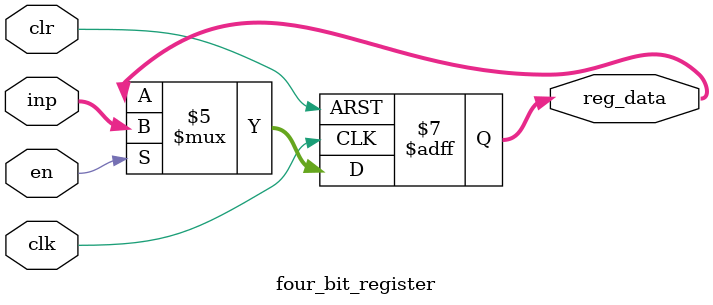
<source format=v>
`timescale 1ns / 1ps


module four_bit_register(
input [3:0] inp,
input en,
input clk,
input clr,
output reg [3:0] reg_data
);

always @(posedge clk or negedge clr)
begin
  if (~clr)
    reg_data <= 4'b0000;
  else if (en == 1'b1)
    reg_data <= inp;
  else
    reg_data <= reg_data;
end

endmodule

</source>
